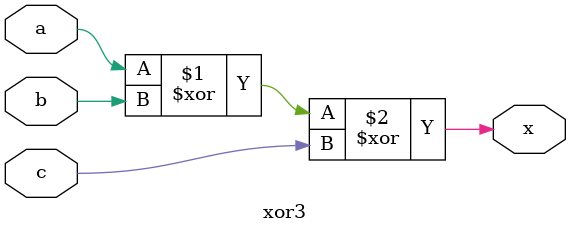
<source format=v>
module xor3(input a ,input b,input c,output x);
   assign x=a^b^c;
endmodule
</source>
